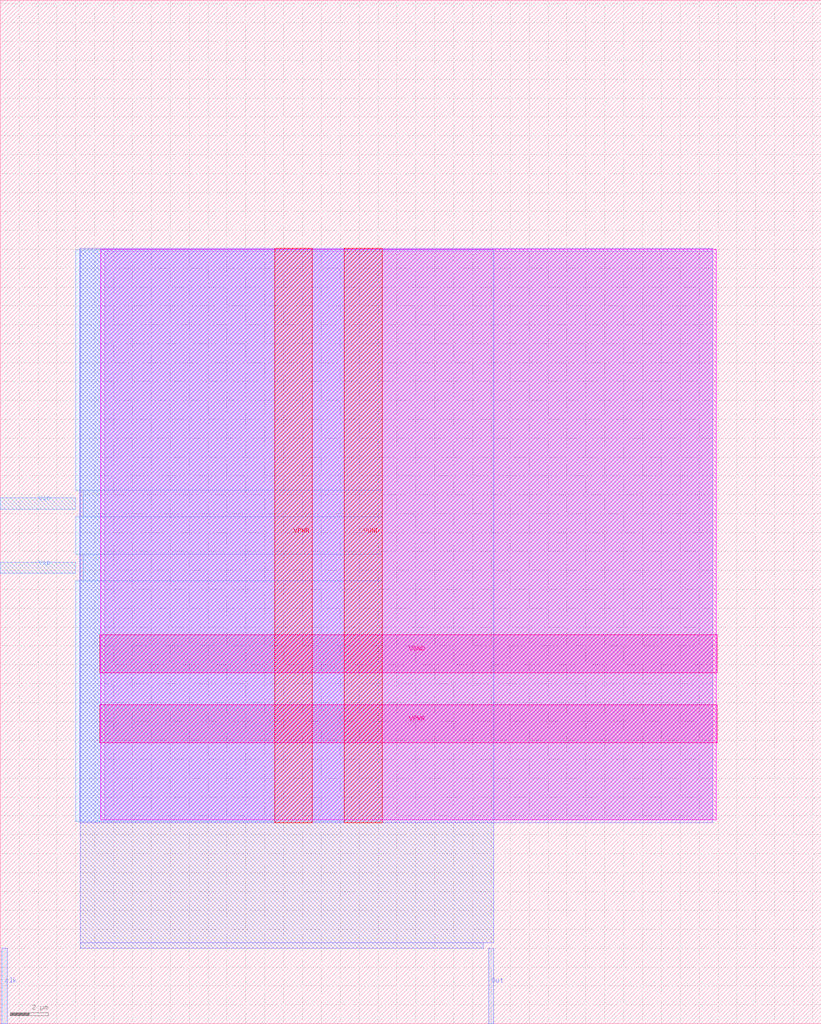
<source format=lef>
VERSION 5.7 ;
  NOWIREEXTENSIONATPIN ON ;
  DIVIDERCHAR "/" ;
  BUSBITCHARS "[]" ;
MACRO tt_um_anOTA2.0
  CLASS BLOCK ;
  FOREIGN tt_um_anOTA2.0 ;
  ORIGIN 0.000 0.000 ;
  SIZE 43.460 BY 54.180 ;
  PIN Out
    DIRECTION OUTPUT ;
    USE SIGNAL ;
    ANTENNADIFFAREA 1.782000 ;
    PORT
      LAYER met2 ;
        RECT 25.850 0.000 26.130 4.000 ;
    END
  END Out
  PIN VGND
    DIRECTION INOUT ;
    USE GROUND ;
    PORT
      LAYER met4 ;
        RECT 18.220 10.640 20.220 41.040 ;
    END
    PORT
      LAYER met5 ;
        RECT 5.280 18.580 37.960 20.580 ;
    END
  END VGND
  PIN VPWR
    DIRECTION INOUT ;
    USE POWER ;
    PORT
      LAYER met4 ;
        RECT 14.520 10.640 16.520 41.040 ;
    END
    PORT
      LAYER met5 ;
        RECT 5.280 14.880 37.960 16.880 ;
    END
  END VPWR
  PIN Vin
    DIRECTION INPUT ;
    USE SIGNAL ;
    ANTENNAGATEAREA 0.196500 ;
    PORT
      LAYER met3 ;
        RECT 0.000 27.240 4.000 27.840 ;
    END
  END Vin
  PIN Vip
    DIRECTION INPUT ;
    USE SIGNAL ;
    ANTENNAGATEAREA 0.196500 ;
    PORT
      LAYER met3 ;
        RECT 0.000 23.840 4.000 24.440 ;
    END
  END Vip
  PIN clk
    DIRECTION INPUT ;
    USE SIGNAL ;
    PORT
      LAYER met2 ;
        RECT 0.090 0.000 0.370 4.000 ;
    END
  END clk
  OBS
      LAYER nwell ;
        RECT 5.330 10.795 37.910 40.990 ;
      LAYER li1 ;
        RECT 5.520 10.795 37.720 40.885 ;
      LAYER met1 ;
        RECT 4.210 10.640 37.720 41.040 ;
      LAYER met2 ;
        RECT 4.230 4.280 26.120 40.985 ;
        RECT 4.230 4.000 25.570 4.280 ;
      LAYER met3 ;
        RECT 3.990 28.240 20.210 40.965 ;
        RECT 4.400 26.840 20.210 28.240 ;
        RECT 3.990 24.840 20.210 26.840 ;
        RECT 4.400 23.440 20.210 24.840 ;
        RECT 3.990 10.715 20.210 23.440 ;
  END
END tt_um_anOTA2.0
END LIBRARY


</source>
